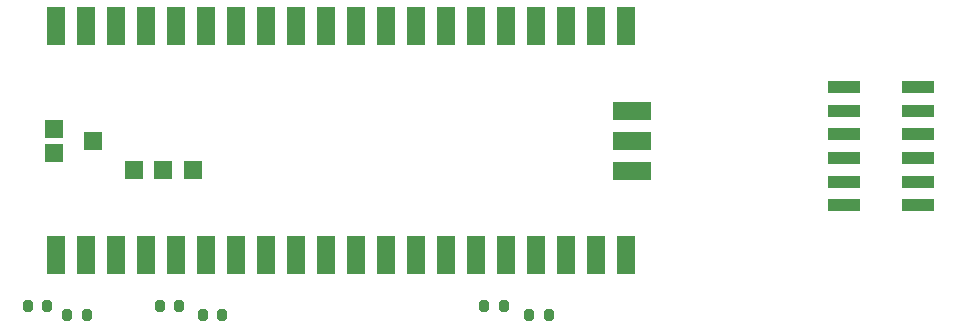
<source format=gbr>
%TF.GenerationSoftware,KiCad,Pcbnew,7.0.8*%
%TF.CreationDate,2024-06-04T12:59:23+12:00*%
%TF.ProjectId,FYP_P2_1,4659505f-5032-45f3-912e-6b696361645f,rev?*%
%TF.SameCoordinates,Original*%
%TF.FileFunction,Paste,Top*%
%TF.FilePolarity,Positive*%
%FSLAX46Y46*%
G04 Gerber Fmt 4.6, Leading zero omitted, Abs format (unit mm)*
G04 Created by KiCad (PCBNEW 7.0.8) date 2024-06-04 12:59:23*
%MOMM*%
%LPD*%
G01*
G04 APERTURE LIST*
G04 Aperture macros list*
%AMRoundRect*
0 Rectangle with rounded corners*
0 $1 Rounding radius*
0 $2 $3 $4 $5 $6 $7 $8 $9 X,Y pos of 4 corners*
0 Add a 4 corners polygon primitive as box body*
4,1,4,$2,$3,$4,$5,$6,$7,$8,$9,$2,$3,0*
0 Add four circle primitives for the rounded corners*
1,1,$1+$1,$2,$3*
1,1,$1+$1,$4,$5*
1,1,$1+$1,$6,$7*
1,1,$1+$1,$8,$9*
0 Add four rect primitives between the rounded corners*
20,1,$1+$1,$2,$3,$4,$5,0*
20,1,$1+$1,$4,$5,$6,$7,0*
20,1,$1+$1,$6,$7,$8,$9,0*
20,1,$1+$1,$8,$9,$2,$3,0*%
G04 Aperture macros list end*
%ADD10RoundRect,0.200000X0.200000X0.275000X-0.200000X0.275000X-0.200000X-0.275000X0.200000X-0.275000X0*%
%ADD11R,1.600000X3.200000*%
%ADD12R,3.200000X1.600000*%
%ADD13R,1.500000X1.500000*%
%ADD14R,2.750000X1.000000*%
G04 APERTURE END LIST*
D10*
%TO.C,R3*%
X137414000Y-95758000D03*
X135764000Y-95758000D03*
%TD*%
D11*
%TO.C,U1*%
X126970000Y-91478000D03*
X129510000Y-91478000D03*
X132050000Y-91478000D03*
X134590000Y-91478000D03*
X137130000Y-91478000D03*
X139670000Y-91478000D03*
X142210000Y-91478000D03*
X144750000Y-91478000D03*
X147290000Y-91478000D03*
X149830000Y-91478000D03*
X152370000Y-91478000D03*
X154910000Y-91478000D03*
X157450000Y-91478000D03*
X159990000Y-91478000D03*
X162530000Y-91478000D03*
X165070000Y-91478000D03*
X167610000Y-91478000D03*
X170150000Y-91478000D03*
X172690000Y-91478000D03*
X175230000Y-91478000D03*
X175230000Y-72098000D03*
X172690000Y-72098000D03*
X170150000Y-72098000D03*
X167610000Y-72098000D03*
X165070000Y-72098000D03*
X162530000Y-72098000D03*
X159990000Y-72098000D03*
X157450000Y-72098000D03*
X154910000Y-72098000D03*
X152370000Y-72098000D03*
X149830000Y-72098000D03*
X147290000Y-72098000D03*
X144750000Y-72098000D03*
X142210000Y-72098000D03*
X139670000Y-72098000D03*
X137130000Y-72098000D03*
X134590000Y-72098000D03*
X132050000Y-72098000D03*
X129510000Y-72098000D03*
X126970000Y-72098000D03*
D12*
X175800000Y-84328000D03*
X175800000Y-81788000D03*
X175800000Y-79248000D03*
D13*
X130100000Y-81788000D03*
X126800000Y-80788000D03*
X126800000Y-82788000D03*
X133600000Y-84288000D03*
X136100000Y-84288000D03*
X138600000Y-84288000D03*
%TD*%
D14*
%TO.C,J7*%
X193750000Y-87250000D03*
X200000000Y-87250000D03*
X193750000Y-85250000D03*
X200000000Y-85250000D03*
X193750000Y-83250000D03*
X200000000Y-83250000D03*
X193750000Y-81250000D03*
X200000000Y-81250000D03*
X193750000Y-79250000D03*
X200000000Y-79250000D03*
X193750000Y-77250000D03*
X200000000Y-77250000D03*
%TD*%
D10*
%TO.C,R2*%
X168719000Y-96499000D03*
X167069000Y-96499000D03*
%TD*%
%TO.C,R6*%
X129603000Y-96499000D03*
X127953000Y-96499000D03*
%TD*%
%TO.C,R1*%
X164909000Y-95758000D03*
X163259000Y-95758000D03*
%TD*%
%TO.C,R4*%
X126238000Y-95758000D03*
X124588000Y-95758000D03*
%TD*%
%TO.C,R5*%
X141096000Y-96499000D03*
X139446000Y-96499000D03*
%TD*%
M02*

</source>
